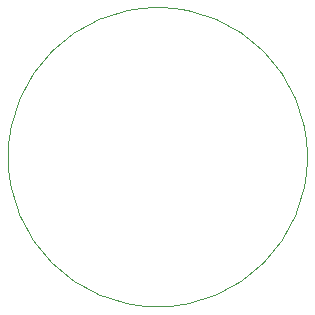
<source format=gbr>
G04 #@! TF.GenerationSoftware,KiCad,Pcbnew,(5.99.0-417-g8bd2765f3)*
G04 #@! TF.CreationDate,2020-07-21T00:36:45-04:00*
G04 #@! TF.ProjectId,tiav2,74696176-322e-46b6-9963-61645f706362,rev?*
G04 #@! TF.SameCoordinates,Original*
G04 #@! TF.FileFunction,Profile,NP*
%FSLAX46Y46*%
G04 Gerber Fmt 4.6, Leading zero omitted, Abs format (unit mm)*
G04 Created by KiCad (PCBNEW (5.99.0-417-g8bd2765f3)) date 2020-07-21 00:36:45*
%MOMM*%
%LPD*%
G04 APERTURE LIST*
%ADD10C,0.100000*%
G04 APERTURE END LIST*
D10*
X212674600Y-100000000D02*
G75*
G03X212674600Y-100000000I-12674600J0D01*
G01*
M02*

</source>
